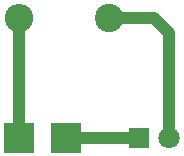
<source format=gbl>
G04 #@! TF.FileFunction,Copper,L2,Bot,Signal*
%FSLAX46Y46*%
G04 Gerber Fmt 4.6, Leading zero omitted, Abs format (unit mm)*
G04 Created by KiCad (PCBNEW 4.0.7) date 07/27/19 18:14:41*
%MOMM*%
%LPD*%
G01*
G04 APERTURE LIST*
%ADD10C,0.100000*%
%ADD11R,2.500000X2.500000*%
%ADD12R,1.800000X1.800000*%
%ADD13C,1.800000*%
%ADD14C,2.400000*%
%ADD15O,2.400000X2.400000*%
%ADD16C,1.000000*%
G04 APERTURE END LIST*
D10*
D11*
X151260000Y-115570000D03*
X147320000Y-115570000D03*
D12*
X157480000Y-115570000D03*
D13*
X160020000Y-115570000D03*
D14*
X154940000Y-105410000D03*
D15*
X147320000Y-105410000D03*
D16*
X157480000Y-115570000D02*
X151260000Y-115570000D01*
X147320000Y-105410000D02*
X147320000Y-115570000D01*
X154940000Y-105410000D02*
X158705000Y-105410000D01*
X160020000Y-106725000D02*
X160020000Y-115570000D01*
X158705000Y-105410000D02*
X160020000Y-106725000D01*
M02*

</source>
